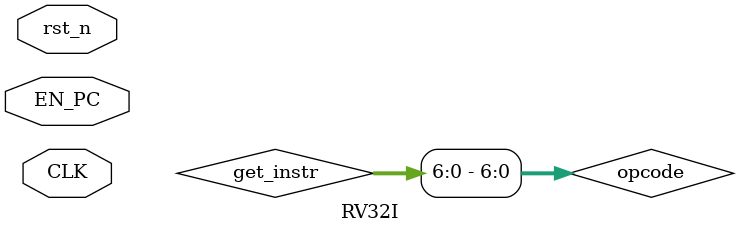
<source format=v>
module RV32I #(
	parameter XLEN   = 32,
	parameter IMM    = 32 
)
(
	input 	wire 						rst_n,
	input 	wire 						CLK,
	input	wire 						EN_PC
);

// -------------------------------------- Internal Signals -------------------------------------- //
// -------------------------------------- PC Signals -------------------------------------- //
wire [XLEN-1:0]   pc_prog_out;  
wire [XLEN-1:0]   pc4_to_reg; 
// -------------------------------------- IMemory Signals -------------------------------------- //
wire [31:0] 	  get_instr;
// -------------------------------------- DMemory Signals -------------------------------------- //
wire [XLEN-1:0]   data_mem_out;
// -------------------------------------- Controller Signals -------------------------------------- //
wire [6:0]        opcode = get_instr[6:0];
wire [6:0]   	  funct7 = get_instr[31:25];
wire [2:0]   	  funct3 = get_instr[14:12];
wire 	          mem_wr_en;
wire [1:0]   	  src_to_reg;
wire              reg_wr_En;
wire              alu_src1_sel;
wire              alu_src2_sel;
wire              branch;
wire              jump;
wire              Sub;
wire    [2:0]     alu_ctrl;
// -------------------------------------- IMM_EXT Signals -------------------------------------- //
wire [XLEN-1:0]   imm_o;
// -------------------------------------- RegFile Signals -------------------------------------- //
wire [XLEN-1:0]   rs1_out;
wire [XLEN-1:0]   rs2_out;
wire [XLEN-1:0]   reg_rd;
// -------------------------------------- ALU SIGNALS -------------------------------------- //
wire              branch_taken;
wire              overflow;
wire [XLEN-1:0]   rs1_src;
wire [XLEN-1:0]   rs2_src;
wire [XLEN-1:0]   result;
/*******************************************************************
PROGRAM COUNTER
*******************************************************************/
PC prog_count (
	// input
	.CLK(CLK),
	.rst_n(rst_n),
	.PC_Addr(result),
	.En_PC(EN_PC),
	.PC_Change(pc_change),
	// output
	.PC_Out(pc_prog_out)     
); 
/*******************************************************************
INSTRUCTION Memory
*******************************************************************/
IMem instr_mem (
	.PC(pc_prog_out),
	.instr(get_instr)
);
/*******************************************************************
CONTROLLER
*******************************************************************/
Control_Unit Controller (
	.Opcode(opcode),
	.Funct7(funct7),
	.Funct3(funct3),
	// Memory Control Signals
	.MEM_Wr_En(mem_wr_en),
	// Register Write Srcs
	.Src_to_Reg(src_to_reg),
	// RegFile Control Signals
	.Reg_Wr_En(reg_wr_En),
	// Integer ALU Source signals
	.ALU_Src1_Sel(alu_src1_sel),
	.ALU_Src2_Sel(alu_src2_sel),
	// PC signals
	.EN_PC(EN_PC),
	.Branch(branch),
	.Jump(jump),
	// ALU ADD/SUB Operation
	.Sub(Sub),
	// To ALU Decoders
	.ALU_Ctrl(alu_ctrl)
);
/*******************************************************************
REGISTER FILES
*******************************************************************/
RegFile #(
	.XLEN(XLEN)
)
	Register_File 
(
	.rst_n(rst_n),
	.CLK(CLK),
	.Rs1_rd(get_instr[19:15]),
	.Rs2_rd(get_instr[24:20]),
	.Reg_Wr(reg_wr_En),
	.Rd_Wr(get_instr[11:7]),
	.Rd_In(reg_rd),
	.Rs1_Out(rs1_out),
	.Rs2_Out(rs2_out)
);
/*******************************************************************
IMM EXT
*******************************************************************/
IMM_EXT Imm_Ext (
	.IMM_IN(get_instr),
	.opcode(opcode),     
	.IMM_OUT(imm_o)
);
/*******************************************************************
 ALU Sources MUX Selection
*******************************************************************/
mux2x1 sel_src1 (
	.i0(rs1_out),
	.i1(pc_prog_out * 4),
	.sel(alu_src1_sel),
	.out(rs1_src)
);
mux2x1 sel_src2 (
	.i0(rs2_out),
	.i1(imm_o),
	.sel(alu_src2_sel),
	.out(rs2_src)
);
/*******************************************************************
ALU
*******************************************************************/
ALU #(
	.XLEN(XLEN)
) 
	ALU 
(
	.Rs1(rs1_src),
	.Rs2(rs2_src),
	.Sub(Sub),
	.ALU_ctrl(alu_ctrl),
	.Funct3(funct3),
	.Funct7_5(funct7[5]),
	.Result(result),
	.overflow(overflow)  
);

Branch_Unit #(
	.XLEN(XLEN)
) 
	Branch_Detect
(
	// INPUT
	.funct3(funct3),
	.Rs1(rs1_out),
	.Rs2(rs2_out),
	.En(ALU.alu_decode.D_out[4]), 
	// OUTPUT
	.Branch_taken(branch_taken)
);

assign pc_change = (branch_taken & branch) | (jump);

/*******************************************************************
 Data Memory
*******************************************************************/
DMem #(
	.XLEN(XLEN)
)
	Data_Memory
(
	.CLK(CLK),
	.rst_n(rst_n),
	.Mem_Wr_En(mem_wr_en),
	.Data_In(rs2_out),
	.Addr(result),
	.Data_Out(data_mem_out)
);
assign pc4_to_reg = pc_prog_out + 3'b100;

mux4x1 reg_src (
	.i0(result),       // From Integer ALU
	.i1(data_mem_out), // From Data Memory in case of load		   
	.i2(pc4_to_reg),   // In Case of jump instructions
	.sel0(src_to_reg[0]),
	.sel1(src_to_reg[1]),
	.out(reg_rd)
);


endmodule


</source>
